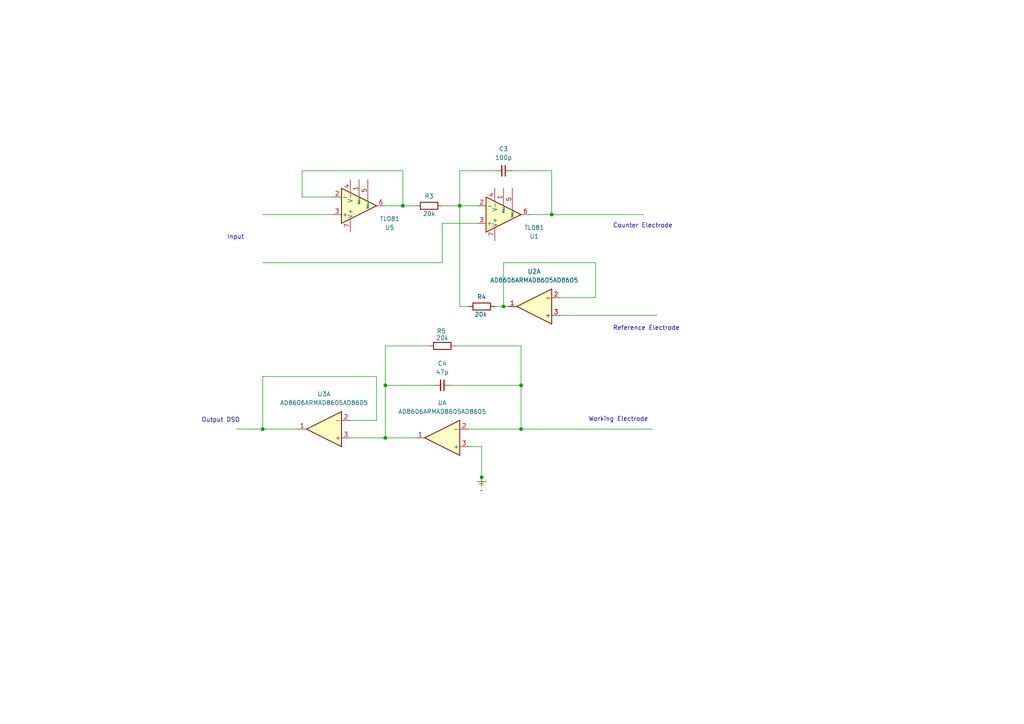
<source format=kicad_sch>
(kicad_sch
	(version 20231120)
	(generator "eeschema")
	(generator_version "8.0")
	(uuid "4f8e1c27-fc98-40db-8b7f-b822918874e2")
	(paper "A4")
	(lib_symbols
		(symbol "Amplifier_Operational:AD8606ARM"
			(pin_names
				(offset 0.127)
			)
			(exclude_from_sim no)
			(in_bom yes)
			(on_board yes)
			(property "Reference" "U"
				(at 0 5.08 0)
				(effects
					(font
						(size 1.27 1.27)
					)
					(justify left)
				)
			)
			(property "Value" "AD8606ARM"
				(at 0 -5.08 0)
				(effects
					(font
						(size 1.27 1.27)
					)
					(justify left)
				)
			)
			(property "Footprint" "Package_SO:MSOP-8_3x3mm_P0.65mm"
				(at 0 0 0)
				(effects
					(font
						(size 1.27 1.27)
					)
					(hide yes)
				)
			)
			(property "Datasheet" "https://www.analog.com/media/en/technical-documentation/data-sheets/AD8605_8606_8608.pdf"
				(at 0 0 0)
				(effects
					(font
						(size 1.27 1.27)
					)
					(hide yes)
				)
			)
			(property "Description" "Dual Precision Low Noise, Low Input Bias Current, Wide Bandwidth Operational Amplifiers, MSOP-8"
				(at 0 0 0)
				(effects
					(font
						(size 1.27 1.27)
					)
					(hide yes)
				)
			)
			(property "ki_locked" ""
				(at 0 0 0)
				(effects
					(font
						(size 1.27 1.27)
					)
				)
			)
			(property "ki_keywords" "dual opamp"
				(at 0 0 0)
				(effects
					(font
						(size 1.27 1.27)
					)
					(hide yes)
				)
			)
			(property "ki_fp_filters" "MSOP*3x3mm*P0.65mm*"
				(at 0 0 0)
				(effects
					(font
						(size 1.27 1.27)
					)
					(hide yes)
				)
			)
			(symbol "AD8606ARM_1_1"
				(polyline
					(pts
						(xy -5.08 5.08) (xy 5.08 0) (xy -5.08 -5.08) (xy -5.08 5.08)
					)
					(stroke
						(width 0.254)
						(type default)
					)
					(fill
						(type background)
					)
				)
				(pin output line
					(at 7.62 0 180)
					(length 2.54)
					(name "~"
						(effects
							(font
								(size 1.27 1.27)
							)
						)
					)
					(number "1"
						(effects
							(font
								(size 1.27 1.27)
							)
						)
					)
				)
				(pin input line
					(at -7.62 -2.54 0)
					(length 2.54)
					(name "-"
						(effects
							(font
								(size 1.27 1.27)
							)
						)
					)
					(number "2"
						(effects
							(font
								(size 1.27 1.27)
							)
						)
					)
				)
				(pin input line
					(at -7.62 2.54 0)
					(length 2.54)
					(name "+"
						(effects
							(font
								(size 1.27 1.27)
							)
						)
					)
					(number "3"
						(effects
							(font
								(size 1.27 1.27)
							)
						)
					)
				)
			)
			(symbol "AD8606ARM_2_1"
				(polyline
					(pts
						(xy -5.08 5.08) (xy 5.08 0) (xy -5.08 -5.08) (xy -5.08 5.08)
					)
					(stroke
						(width 0.254)
						(type default)
					)
					(fill
						(type background)
					)
				)
				(pin input line
					(at -7.62 2.54 0)
					(length 2.54)
					(name "+"
						(effects
							(font
								(size 1.27 1.27)
							)
						)
					)
					(number "5"
						(effects
							(font
								(size 1.27 1.27)
							)
						)
					)
				)
				(pin input line
					(at -7.62 -2.54 0)
					(length 2.54)
					(name "-"
						(effects
							(font
								(size 1.27 1.27)
							)
						)
					)
					(number "6"
						(effects
							(font
								(size 1.27 1.27)
							)
						)
					)
				)
				(pin output line
					(at 7.62 0 180)
					(length 2.54)
					(name "~"
						(effects
							(font
								(size 1.27 1.27)
							)
						)
					)
					(number "7"
						(effects
							(font
								(size 1.27 1.27)
							)
						)
					)
				)
			)
			(symbol "AD8606ARM_3_1"
				(pin power_in line
					(at -2.54 -7.62 90)
					(length 3.81)
					(name "V-"
						(effects
							(font
								(size 1.27 1.27)
							)
						)
					)
					(number "4"
						(effects
							(font
								(size 1.27 1.27)
							)
						)
					)
				)
				(pin power_in line
					(at -2.54 7.62 270)
					(length 3.81)
					(name "V+"
						(effects
							(font
								(size 1.27 1.27)
							)
						)
					)
					(number "8"
						(effects
							(font
								(size 1.27 1.27)
							)
						)
					)
				)
			)
		)
		(symbol "Amplifier_Operational:TL081"
			(pin_names
				(offset 0.127)
			)
			(exclude_from_sim no)
			(in_bom yes)
			(on_board yes)
			(property "Reference" "U"
				(at 0 6.35 0)
				(effects
					(font
						(size 1.27 1.27)
					)
					(justify left)
				)
			)
			(property "Value" "TL081"
				(at 0 3.81 0)
				(effects
					(font
						(size 1.27 1.27)
					)
					(justify left)
				)
			)
			(property "Footprint" ""
				(at 1.27 1.27 0)
				(effects
					(font
						(size 1.27 1.27)
					)
					(hide yes)
				)
			)
			(property "Datasheet" "http://www.ti.com/lit/ds/symlink/tl081.pdf"
				(at 3.81 3.81 0)
				(effects
					(font
						(size 1.27 1.27)
					)
					(hide yes)
				)
			)
			(property "Description" "Single JFET-Input Operational Amplifiers, DIP-8/SOIC-8"
				(at 0 0 0)
				(effects
					(font
						(size 1.27 1.27)
					)
					(hide yes)
				)
			)
			(property "ki_keywords" "single opamp"
				(at 0 0 0)
				(effects
					(font
						(size 1.27 1.27)
					)
					(hide yes)
				)
			)
			(property "ki_fp_filters" "SOIC*3.9x4.9mm*P1.27mm* DIP*W7.62mm* TSSOP*3x3mm*P0.65mm*"
				(at 0 0 0)
				(effects
					(font
						(size 1.27 1.27)
					)
					(hide yes)
				)
			)
			(symbol "TL081_0_1"
				(polyline
					(pts
						(xy -5.08 5.08) (xy 5.08 0) (xy -5.08 -5.08) (xy -5.08 5.08)
					)
					(stroke
						(width 0.254)
						(type default)
					)
					(fill
						(type background)
					)
				)
			)
			(symbol "TL081_1_1"
				(pin input line
					(at 0 -7.62 90)
					(length 5.08)
					(name "NULL"
						(effects
							(font
								(size 0.508 0.508)
							)
						)
					)
					(number "1"
						(effects
							(font
								(size 1.27 1.27)
							)
						)
					)
				)
				(pin input line
					(at -7.62 -2.54 0)
					(length 2.54)
					(name "-"
						(effects
							(font
								(size 1.27 1.27)
							)
						)
					)
					(number "2"
						(effects
							(font
								(size 1.27 1.27)
							)
						)
					)
				)
				(pin input line
					(at -7.62 2.54 0)
					(length 2.54)
					(name "+"
						(effects
							(font
								(size 1.27 1.27)
							)
						)
					)
					(number "3"
						(effects
							(font
								(size 1.27 1.27)
							)
						)
					)
				)
				(pin power_in line
					(at -2.54 -7.62 90)
					(length 3.81)
					(name "V-"
						(effects
							(font
								(size 1.27 1.27)
							)
						)
					)
					(number "4"
						(effects
							(font
								(size 1.27 1.27)
							)
						)
					)
				)
				(pin input line
					(at 2.54 -7.62 90)
					(length 6.35)
					(name "NULL"
						(effects
							(font
								(size 0.508 0.508)
							)
						)
					)
					(number "5"
						(effects
							(font
								(size 1.27 1.27)
							)
						)
					)
				)
				(pin output line
					(at 7.62 0 180)
					(length 2.54)
					(name "~"
						(effects
							(font
								(size 1.27 1.27)
							)
						)
					)
					(number "6"
						(effects
							(font
								(size 1.27 1.27)
							)
						)
					)
				)
				(pin power_in line
					(at -2.54 7.62 270)
					(length 3.81)
					(name "V+"
						(effects
							(font
								(size 1.27 1.27)
							)
						)
					)
					(number "7"
						(effects
							(font
								(size 1.27 1.27)
							)
						)
					)
				)
				(pin no_connect line
					(at 0 2.54 270)
					(length 2.54) hide
					(name "NC"
						(effects
							(font
								(size 1.27 1.27)
							)
						)
					)
					(number "8"
						(effects
							(font
								(size 1.27 1.27)
							)
						)
					)
				)
			)
		)
		(symbol "Device:C_Small"
			(pin_numbers hide)
			(pin_names
				(offset 0.254) hide)
			(exclude_from_sim no)
			(in_bom yes)
			(on_board yes)
			(property "Reference" "C"
				(at 0.254 1.778 0)
				(effects
					(font
						(size 1.27 1.27)
					)
					(justify left)
				)
			)
			(property "Value" "C_Small"
				(at 0.254 -2.032 0)
				(effects
					(font
						(size 1.27 1.27)
					)
					(justify left)
				)
			)
			(property "Footprint" ""
				(at 0 0 0)
				(effects
					(font
						(size 1.27 1.27)
					)
					(hide yes)
				)
			)
			(property "Datasheet" "~"
				(at 0 0 0)
				(effects
					(font
						(size 1.27 1.27)
					)
					(hide yes)
				)
			)
			(property "Description" "Unpolarized capacitor, small symbol"
				(at 0 0 0)
				(effects
					(font
						(size 1.27 1.27)
					)
					(hide yes)
				)
			)
			(property "ki_keywords" "capacitor cap"
				(at 0 0 0)
				(effects
					(font
						(size 1.27 1.27)
					)
					(hide yes)
				)
			)
			(property "ki_fp_filters" "C_*"
				(at 0 0 0)
				(effects
					(font
						(size 1.27 1.27)
					)
					(hide yes)
				)
			)
			(symbol "C_Small_0_1"
				(polyline
					(pts
						(xy -1.524 -0.508) (xy 1.524 -0.508)
					)
					(stroke
						(width 0.3302)
						(type default)
					)
					(fill
						(type none)
					)
				)
				(polyline
					(pts
						(xy -1.524 0.508) (xy 1.524 0.508)
					)
					(stroke
						(width 0.3048)
						(type default)
					)
					(fill
						(type none)
					)
				)
			)
			(symbol "C_Small_1_1"
				(pin passive line
					(at 0 2.54 270)
					(length 2.032)
					(name "~"
						(effects
							(font
								(size 1.27 1.27)
							)
						)
					)
					(number "1"
						(effects
							(font
								(size 1.27 1.27)
							)
						)
					)
				)
				(pin passive line
					(at 0 -2.54 90)
					(length 2.032)
					(name "~"
						(effects
							(font
								(size 1.27 1.27)
							)
						)
					)
					(number "2"
						(effects
							(font
								(size 1.27 1.27)
							)
						)
					)
				)
			)
		)
		(symbol "Device:R"
			(pin_numbers hide)
			(pin_names
				(offset 0)
			)
			(exclude_from_sim no)
			(in_bom yes)
			(on_board yes)
			(property "Reference" "R"
				(at 2.032 0 90)
				(effects
					(font
						(size 1.27 1.27)
					)
				)
			)
			(property "Value" "R"
				(at 0 0 90)
				(effects
					(font
						(size 1.27 1.27)
					)
				)
			)
			(property "Footprint" ""
				(at -1.778 0 90)
				(effects
					(font
						(size 1.27 1.27)
					)
					(hide yes)
				)
			)
			(property "Datasheet" "~"
				(at 0 0 0)
				(effects
					(font
						(size 1.27 1.27)
					)
					(hide yes)
				)
			)
			(property "Description" "Resistor"
				(at 0 0 0)
				(effects
					(font
						(size 1.27 1.27)
					)
					(hide yes)
				)
			)
			(property "ki_keywords" "R res resistor"
				(at 0 0 0)
				(effects
					(font
						(size 1.27 1.27)
					)
					(hide yes)
				)
			)
			(property "ki_fp_filters" "R_*"
				(at 0 0 0)
				(effects
					(font
						(size 1.27 1.27)
					)
					(hide yes)
				)
			)
			(symbol "R_0_1"
				(rectangle
					(start -1.016 -2.54)
					(end 1.016 2.54)
					(stroke
						(width 0.254)
						(type default)
					)
					(fill
						(type none)
					)
				)
			)
			(symbol "R_1_1"
				(pin passive line
					(at 0 3.81 270)
					(length 1.27)
					(name "~"
						(effects
							(font
								(size 1.27 1.27)
							)
						)
					)
					(number "1"
						(effects
							(font
								(size 1.27 1.27)
							)
						)
					)
				)
				(pin passive line
					(at 0 -3.81 90)
					(length 1.27)
					(name "~"
						(effects
							(font
								(size 1.27 1.27)
							)
						)
					)
					(number "2"
						(effects
							(font
								(size 1.27 1.27)
							)
						)
					)
				)
			)
		)
		(symbol "power:Earth"
			(power)
			(pin_numbers hide)
			(pin_names
				(offset 0) hide)
			(exclude_from_sim no)
			(in_bom yes)
			(on_board yes)
			(property "Reference" "#PWR"
				(at 0 -6.35 0)
				(effects
					(font
						(size 1.27 1.27)
					)
					(hide yes)
				)
			)
			(property "Value" "Earth"
				(at 0 -3.81 0)
				(effects
					(font
						(size 1.27 1.27)
					)
				)
			)
			(property "Footprint" ""
				(at 0 0 0)
				(effects
					(font
						(size 1.27 1.27)
					)
					(hide yes)
				)
			)
			(property "Datasheet" "~"
				(at 0 0 0)
				(effects
					(font
						(size 1.27 1.27)
					)
					(hide yes)
				)
			)
			(property "Description" "Power symbol creates a global label with name \"Earth\""
				(at 0 0 0)
				(effects
					(font
						(size 1.27 1.27)
					)
					(hide yes)
				)
			)
			(property "ki_keywords" "global ground gnd"
				(at 0 0 0)
				(effects
					(font
						(size 1.27 1.27)
					)
					(hide yes)
				)
			)
			(symbol "Earth_0_1"
				(polyline
					(pts
						(xy -0.635 -1.905) (xy 0.635 -1.905)
					)
					(stroke
						(width 0)
						(type default)
					)
					(fill
						(type none)
					)
				)
				(polyline
					(pts
						(xy -0.127 -2.54) (xy 0.127 -2.54)
					)
					(stroke
						(width 0)
						(type default)
					)
					(fill
						(type none)
					)
				)
				(polyline
					(pts
						(xy 0 -1.27) (xy 0 0)
					)
					(stroke
						(width 0)
						(type default)
					)
					(fill
						(type none)
					)
				)
				(polyline
					(pts
						(xy 1.27 -1.27) (xy -1.27 -1.27)
					)
					(stroke
						(width 0)
						(type default)
					)
					(fill
						(type none)
					)
				)
			)
			(symbol "Earth_1_1"
				(pin power_in line
					(at 0 0 270)
					(length 0)
					(name "~"
						(effects
							(font
								(size 1.27 1.27)
							)
						)
					)
					(number "1"
						(effects
							(font
								(size 1.27 1.27)
							)
						)
					)
				)
			)
		)
	)
	(junction
		(at 116.84 59.69)
		(diameter 0)
		(color 0 0 0 0)
		(uuid "0ba61df4-a8ec-468c-903e-d11b13f6b12c")
	)
	(junction
		(at 133.35 59.69)
		(diameter 0)
		(color 0 0 0 0)
		(uuid "4010e5a1-dd9e-4848-b3ce-003e57f91db8")
	)
	(junction
		(at 151.13 111.76)
		(diameter 0)
		(color 0 0 0 0)
		(uuid "4ec9edcc-d105-4d96-ae89-03a9ffd561ac")
	)
	(junction
		(at 111.76 127)
		(diameter 0)
		(color 0 0 0 0)
		(uuid "657cac6d-7e0f-4785-8ecf-c8604ed97caa")
	)
	(junction
		(at 160.02 62.23)
		(diameter 0)
		(color 0 0 0 0)
		(uuid "835be01e-0fe7-41ea-b58e-899a19b46b8e")
	)
	(junction
		(at 146.05 88.9)
		(diameter 0)
		(color 0 0 0 0)
		(uuid "9d85384c-49ef-4055-af89-430e2b5437e7")
	)
	(junction
		(at 139.7 138.43)
		(diameter 0)
		(color 0 0 0 0)
		(uuid "b284749f-0c1d-46c3-8816-2351d432b6be")
	)
	(junction
		(at 111.76 111.76)
		(diameter 0)
		(color 0 0 0 0)
		(uuid "cc7ff685-ccd2-4f95-9ad3-a55f07a8db21")
	)
	(junction
		(at 151.13 124.46)
		(diameter 0)
		(color 0 0 0 0)
		(uuid "df973817-7cbe-4fad-8e56-2f1048974d06")
	)
	(junction
		(at 76.2 124.46)
		(diameter 0)
		(color 0 0 0 0)
		(uuid "e9536f9a-62c8-449b-9c53-66715e8f951c")
	)
	(wire
		(pts
			(xy 151.13 100.33) (xy 151.13 111.76)
		)
		(stroke
			(width 0)
			(type default)
		)
		(uuid "02bcf508-2a7c-4985-b770-d735c515e889")
	)
	(wire
		(pts
			(xy 160.02 49.53) (xy 160.02 62.23)
		)
		(stroke
			(width 0)
			(type default)
		)
		(uuid "0ff6409d-4702-49d7-bb6b-a711e8c7e605")
	)
	(wire
		(pts
			(xy 135.89 129.54) (xy 139.7 129.54)
		)
		(stroke
			(width 0)
			(type default)
		)
		(uuid "10331be4-c220-4c09-b938-364590ceb325")
	)
	(wire
		(pts
			(xy 153.67 62.23) (xy 160.02 62.23)
		)
		(stroke
			(width 0)
			(type default)
		)
		(uuid "158eddea-ad6f-47de-8a96-7dfa0eb5897b")
	)
	(wire
		(pts
			(xy 135.89 124.46) (xy 151.13 124.46)
		)
		(stroke
			(width 0)
			(type default)
		)
		(uuid "182490e3-432f-4b33-a5c7-c2e3ad18a26b")
	)
	(wire
		(pts
			(xy 76.2 62.23) (xy 96.52 62.23)
		)
		(stroke
			(width 0)
			(type default)
		)
		(uuid "210905c3-d30a-41b9-b485-233b2c367ef6")
	)
	(wire
		(pts
			(xy 101.6 121.92) (xy 109.22 121.92)
		)
		(stroke
			(width 0)
			(type default)
		)
		(uuid "233b1e09-4372-425b-a6b1-3fc2152ec3d4")
	)
	(wire
		(pts
			(xy 160.02 62.23) (xy 186.69 62.23)
		)
		(stroke
			(width 0)
			(type default)
		)
		(uuid "245462a3-8534-428f-b77b-40310a7f381c")
	)
	(wire
		(pts
			(xy 148.59 49.53) (xy 160.02 49.53)
		)
		(stroke
			(width 0)
			(type default)
		)
		(uuid "25248d7c-36fe-475b-a4d5-14a1c4d37ee8")
	)
	(wire
		(pts
			(xy 162.56 86.36) (xy 172.72 86.36)
		)
		(stroke
			(width 0)
			(type default)
		)
		(uuid "287f7133-776c-461e-8638-4ab7e7441691")
	)
	(wire
		(pts
			(xy 96.52 57.15) (xy 87.63 57.15)
		)
		(stroke
			(width 0)
			(type default)
		)
		(uuid "3b3b49d6-2ba4-4b0d-a02d-49a345135862")
	)
	(wire
		(pts
			(xy 139.7 138.43) (xy 139.7 140.97)
		)
		(stroke
			(width 0)
			(type default)
		)
		(uuid "4d5b7bc7-115e-4251-987b-cac70680ec5f")
	)
	(wire
		(pts
			(xy 138.43 64.77) (xy 128.27 64.77)
		)
		(stroke
			(width 0)
			(type default)
		)
		(uuid "50e0c5f3-5cde-4e16-bb04-9eb418466639")
	)
	(wire
		(pts
			(xy 111.76 127) (xy 111.76 111.76)
		)
		(stroke
			(width 0)
			(type default)
		)
		(uuid "550a4850-0b87-47e5-a5d3-5b47e8da694f")
	)
	(wire
		(pts
			(xy 146.05 76.2) (xy 146.05 88.9)
		)
		(stroke
			(width 0)
			(type default)
		)
		(uuid "5a7f1130-a58d-4712-ac53-d52799d198ad")
	)
	(wire
		(pts
			(xy 151.13 124.46) (xy 189.23 124.46)
		)
		(stroke
			(width 0)
			(type default)
		)
		(uuid "5b1cbba8-1b89-4eda-a798-e44499afee92")
	)
	(wire
		(pts
			(xy 124.46 100.33) (xy 111.76 100.33)
		)
		(stroke
			(width 0)
			(type default)
		)
		(uuid "5d252ee7-bb2c-4855-a568-1623d693a5f9")
	)
	(wire
		(pts
			(xy 151.13 111.76) (xy 151.13 124.46)
		)
		(stroke
			(width 0)
			(type default)
		)
		(uuid "6805dcb0-af4d-4bcf-b662-f9699dc2f865")
	)
	(wire
		(pts
			(xy 87.63 57.15) (xy 87.63 49.53)
		)
		(stroke
			(width 0)
			(type default)
		)
		(uuid "69aa4a82-fd34-40b9-8215-67ac8b7269db")
	)
	(wire
		(pts
			(xy 120.65 127) (xy 111.76 127)
		)
		(stroke
			(width 0)
			(type default)
		)
		(uuid "76a6a4d1-44ac-4af7-935d-ec66a496d8df")
	)
	(wire
		(pts
			(xy 128.27 59.69) (xy 133.35 59.69)
		)
		(stroke
			(width 0)
			(type default)
		)
		(uuid "796a7c28-066b-41fa-9494-ef9cfac2cf05")
	)
	(wire
		(pts
			(xy 76.2 76.2) (xy 128.27 76.2)
		)
		(stroke
			(width 0)
			(type default)
		)
		(uuid "822de89e-1b7b-4661-ab07-c92c25c93c85")
	)
	(wire
		(pts
			(xy 128.27 64.77) (xy 128.27 76.2)
		)
		(stroke
			(width 0)
			(type default)
		)
		(uuid "827ee012-b045-471d-a360-7956691eeebe")
	)
	(wire
		(pts
			(xy 143.51 88.9) (xy 146.05 88.9)
		)
		(stroke
			(width 0)
			(type default)
		)
		(uuid "83a9a958-af8f-464e-9d8f-10ad055bd607")
	)
	(wire
		(pts
			(xy 172.72 76.2) (xy 146.05 76.2)
		)
		(stroke
			(width 0)
			(type default)
		)
		(uuid "85db147b-7241-4aac-8964-367fcd1e9664")
	)
	(wire
		(pts
			(xy 133.35 49.53) (xy 133.35 59.69)
		)
		(stroke
			(width 0)
			(type default)
		)
		(uuid "86480928-c4c9-4722-97e7-88d187a00954")
	)
	(wire
		(pts
			(xy 116.84 49.53) (xy 116.84 59.69)
		)
		(stroke
			(width 0)
			(type default)
		)
		(uuid "87f2b703-88e6-40a6-9850-87a91ac23997")
	)
	(wire
		(pts
			(xy 111.76 111.76) (xy 125.73 111.76)
		)
		(stroke
			(width 0)
			(type default)
		)
		(uuid "88de169c-012b-4220-a969-032a2e82314f")
	)
	(wire
		(pts
			(xy 116.84 59.69) (xy 120.65 59.69)
		)
		(stroke
			(width 0)
			(type default)
		)
		(uuid "8caebab7-1acf-4334-bdf8-a4bc54c44a9a")
	)
	(wire
		(pts
			(xy 68.58 124.46) (xy 76.2 124.46)
		)
		(stroke
			(width 0)
			(type default)
		)
		(uuid "99021d1b-dcf8-4e8c-bf6b-2e2843326913")
	)
	(wire
		(pts
			(xy 133.35 59.69) (xy 138.43 59.69)
		)
		(stroke
			(width 0)
			(type default)
		)
		(uuid "9c862df6-a45f-48fe-a2cb-a2535d5e36f4")
	)
	(wire
		(pts
			(xy 109.22 109.22) (xy 76.2 109.22)
		)
		(stroke
			(width 0)
			(type default)
		)
		(uuid "9f7ec0a3-b74d-45ba-8bdd-a2880cb2b802")
	)
	(wire
		(pts
			(xy 133.35 88.9) (xy 133.35 59.69)
		)
		(stroke
			(width 0)
			(type default)
		)
		(uuid "a02e4327-3729-4c84-af58-d2bc2e5f3e68")
	)
	(wire
		(pts
			(xy 139.7 129.54) (xy 139.7 138.43)
		)
		(stroke
			(width 0)
			(type default)
		)
		(uuid "a2709f01-5dc1-4706-a544-47494c474d3d")
	)
	(wire
		(pts
			(xy 87.63 49.53) (xy 116.84 49.53)
		)
		(stroke
			(width 0)
			(type default)
		)
		(uuid "a58fbd2e-a9a7-4c2d-a7dc-f2594f58fcc0")
	)
	(wire
		(pts
			(xy 76.2 124.46) (xy 86.36 124.46)
		)
		(stroke
			(width 0)
			(type default)
		)
		(uuid "a71695e9-6941-4b04-8e06-da247f1f753e")
	)
	(wire
		(pts
			(xy 111.76 100.33) (xy 111.76 111.76)
		)
		(stroke
			(width 0)
			(type default)
		)
		(uuid "a9aa9f9a-da4a-4966-92bc-590367e0a4a9")
	)
	(wire
		(pts
			(xy 172.72 86.36) (xy 172.72 76.2)
		)
		(stroke
			(width 0)
			(type default)
		)
		(uuid "b48ab5b6-c73e-4cf2-806d-5a35fb91f6dd")
	)
	(wire
		(pts
			(xy 111.76 59.69) (xy 116.84 59.69)
		)
		(stroke
			(width 0)
			(type default)
		)
		(uuid "c758b7a8-89dc-416b-94f0-2297a61f0871")
	)
	(wire
		(pts
			(xy 162.56 91.44) (xy 190.5 91.44)
		)
		(stroke
			(width 0)
			(type default)
		)
		(uuid "cf733bd5-7deb-4b55-9aaf-fb7acf2ba743")
	)
	(wire
		(pts
			(xy 132.08 100.33) (xy 151.13 100.33)
		)
		(stroke
			(width 0)
			(type default)
		)
		(uuid "d1123ecb-ea93-43af-87f4-429fea4a393d")
	)
	(wire
		(pts
			(xy 109.22 121.92) (xy 109.22 109.22)
		)
		(stroke
			(width 0)
			(type default)
		)
		(uuid "d74d77d8-f5e7-44b6-98ab-71b7d6a4330e")
	)
	(wire
		(pts
			(xy 130.81 111.76) (xy 151.13 111.76)
		)
		(stroke
			(width 0)
			(type default)
		)
		(uuid "d7907bfc-e861-4d37-b7e5-edf7140fa0f9")
	)
	(wire
		(pts
			(xy 146.05 88.9) (xy 147.32 88.9)
		)
		(stroke
			(width 0)
			(type default)
		)
		(uuid "e95f2625-edcc-4c5a-b115-aa47ca7546c1")
	)
	(wire
		(pts
			(xy 76.2 109.22) (xy 76.2 124.46)
		)
		(stroke
			(width 0)
			(type default)
		)
		(uuid "e9c75ec6-2503-4535-b92b-39253038e243")
	)
	(wire
		(pts
			(xy 135.89 88.9) (xy 133.35 88.9)
		)
		(stroke
			(width 0)
			(type default)
		)
		(uuid "f12d939f-6a45-4055-b958-1de74c9b496d")
	)
	(wire
		(pts
			(xy 101.6 127) (xy 111.76 127)
		)
		(stroke
			(width 0)
			(type default)
		)
		(uuid "f4ce7a51-b3e5-49d8-a4df-74ff68c2f3fe")
	)
	(wire
		(pts
			(xy 143.51 49.53) (xy 133.35 49.53)
		)
		(stroke
			(width 0)
			(type default)
		)
		(uuid "f5b3b26d-0776-4c0f-a6c6-9f736e819849")
	)
	(text "Output DSO"
		(exclude_from_sim no)
		(at 64.008 121.92 0)
		(effects
			(font
				(size 1.27 1.27)
			)
		)
		(uuid "1938ecb3-8e24-4696-85f3-9d59dbc01248")
	)
	(text "Counter Electrode"
		(exclude_from_sim no)
		(at 186.436 65.532 0)
		(effects
			(font
				(size 1.27 1.27)
			)
		)
		(uuid "42a91d41-27c7-4bc2-95e2-6c7308052993")
	)
	(text "Reference Electrode"
		(exclude_from_sim no)
		(at 187.452 95.25 0)
		(effects
			(font
				(size 1.27 1.27)
			)
		)
		(uuid "e768c7b7-0219-49f9-b9bf-199c9dd4ec6a")
	)
	(text "Working Electrode"
		(exclude_from_sim no)
		(at 179.324 121.666 0)
		(effects
			(font
				(size 1.27 1.27)
			)
		)
		(uuid "ef4e2b41-c007-4b12-bf0d-8b507434274f")
	)
	(text "Input "
		(exclude_from_sim no)
		(at 68.834 68.834 0)
		(effects
			(font
				(size 1.27 1.27)
			)
		)
		(uuid "f3949106-08d4-4008-bb63-d4ddbc31665d")
	)
	(symbol
		(lib_id "Device:C_Small")
		(at 128.27 111.76 270)
		(unit 1)
		(exclude_from_sim no)
		(in_bom yes)
		(on_board yes)
		(dnp no)
		(fields_autoplaced yes)
		(uuid "0d1cd9ca-8f72-4aaa-a6a2-ba6d4067cb2b")
		(property "Reference" "C4"
			(at 128.2636 105.41 90)
			(effects
				(font
					(size 1.27 1.27)
				)
			)
		)
		(property "Value" "47p"
			(at 128.2636 107.95 90)
			(effects
				(font
					(size 1.27 1.27)
				)
			)
		)
		(property "Footprint" ""
			(at 128.27 111.76 0)
			(effects
				(font
					(size 1.27 1.27)
				)
				(hide yes)
			)
		)
		(property "Datasheet" "~"
			(at 128.27 111.76 0)
			(effects
				(font
					(size 1.27 1.27)
				)
				(hide yes)
			)
		)
		(property "Description" "Unpolarized capacitor, small symbol"
			(at 128.27 111.76 0)
			(effects
				(font
					(size 1.27 1.27)
				)
				(hide yes)
			)
		)
		(property "Sim.Device" "C"
			(at 128.27 111.76 0)
			(effects
				(font
					(size 1.27 1.27)
				)
				(hide yes)
			)
		)
		(property "Sim.Pins" "1=+ 2=-"
			(at 128.27 111.76 0)
			(effects
				(font
					(size 1.27 1.27)
				)
				(hide yes)
			)
		)
		(pin "2"
			(uuid "0906e8af-6d66-4dfa-a026-29f87c19a769")
		)
		(pin "1"
			(uuid "da581762-32b8-4e91-aad4-4b660668a79b")
		)
		(instances
			(project "Trial1"
				(path "/4f8e1c27-fc98-40db-8b7f-b822918874e2"
					(reference "C4")
					(unit 1)
				)
			)
		)
	)
	(symbol
		(lib_id "Amplifier_Operational:AD8606ARM")
		(at 93.98 124.46 180)
		(unit 1)
		(exclude_from_sim no)
		(in_bom yes)
		(on_board yes)
		(dnp no)
		(fields_autoplaced yes)
		(uuid "3695c8d1-5d88-4016-88d2-877e85531e56")
		(property "Reference" "U3"
			(at 93.98 114.3 0)
			(effects
				(font
					(size 1.27 1.27)
				)
			)
		)
		(property "Value" "AD8606ARMAD8605AD8605"
			(at 93.98 116.84 0)
			(effects
				(font
					(size 1.27 1.27)
				)
			)
		)
		(property "Footprint" "Package_SO:MSOP-8_3x3mm_P0.65mm"
			(at 93.98 124.46 0)
			(effects
				(font
					(size 1.27 1.27)
				)
				(hide yes)
			)
		)
		(property "Datasheet" "https://www.analog.com/media/en/technical-documentation/data-sheets/AD8605_8606_8608.pdf"
			(at 93.98 124.46 0)
			(effects
				(font
					(size 1.27 1.27)
				)
				(hide yes)
			)
		)
		(property "Description" "Dual Precision Low Noise, Low Input Bias Current, Wide Bandwidth Operational Amplifiers, MSOP-8"
			(at 93.98 124.46 0)
			(effects
				(font
					(size 1.27 1.27)
				)
				(hide yes)
			)
		)
		(property "Sim.Library" "C:\\Users\\antar\\OneDrive\\Desktop\\Potentiastat\\trials\\OPA333\\OPAx333.LIB"
			(at 93.98 124.46 0)
			(effects
				(font
					(size 1.27 1.27)
				)
				(hide yes)
			)
		)
		(property "Sim.Name" "OPAx333"
			(at 93.98 124.46 0)
			(effects
				(font
					(size 1.27 1.27)
				)
				(hide yes)
			)
		)
		(property "Sim.Device" "SUBCKT"
			(at 93.98 124.46 0)
			(effects
				(font
					(size 1.27 1.27)
				)
				(hide yes)
			)
		)
		(property "Sim.Pins" "1=IN+ 2=IN- 3=VCC 4=VEE 5=OUT"
			(at 93.98 124.46 0)
			(effects
				(font
					(size 1.27 1.27)
				)
				(hide yes)
			)
		)
		(pin "8"
			(uuid "5dd80ec5-1d50-485a-af9c-63e7b3097829")
		)
		(pin "5"
			(uuid "250ea456-a5e9-45e0-9959-08642a88b49b")
		)
		(pin "6"
			(uuid "91e1a940-dd3d-4224-b8b3-e5614a84b2f4")
		)
		(pin "7"
			(uuid "777b2005-b7d1-4071-8cbf-6968d3b8cd23")
		)
		(pin "2"
			(uuid "d047fd22-1c6f-480f-a175-0fdee19a79b0")
		)
		(pin "3"
			(uuid "42eb74e7-f5d1-4c66-9dbe-f28dfe98368e")
		)
		(pin "4"
			(uuid "5aad9451-51cf-4e57-be6d-766943d53425")
		)
		(pin "1"
			(uuid "8266d657-bbe4-44dd-a0da-2b27645c4030")
		)
		(instances
			(project "Trial1"
				(path "/4f8e1c27-fc98-40db-8b7f-b822918874e2"
					(reference "U3")
					(unit 1)
				)
			)
		)
	)
	(symbol
		(lib_id "Device:R")
		(at 124.46 59.69 90)
		(unit 1)
		(exclude_from_sim no)
		(in_bom yes)
		(on_board yes)
		(dnp no)
		(uuid "53a93ae0-e69d-4439-83c1-ed86a4ba2f2d")
		(property "Reference" "R3"
			(at 124.46 56.896 90)
			(effects
				(font
					(size 1.27 1.27)
				)
			)
		)
		(property "Value" "20k"
			(at 124.46 61.976 90)
			(effects
				(font
					(size 1.27 1.27)
				)
			)
		)
		(property "Footprint" ""
			(at 124.46 61.468 90)
			(effects
				(font
					(size 1.27 1.27)
				)
				(hide yes)
			)
		)
		(property "Datasheet" "~"
			(at 124.46 59.69 0)
			(effects
				(font
					(size 1.27 1.27)
				)
				(hide yes)
			)
		)
		(property "Description" "Resistor"
			(at 124.46 59.69 0)
			(effects
				(font
					(size 1.27 1.27)
				)
				(hide yes)
			)
		)
		(property "Sim.Device" "R"
			(at 124.46 59.69 0)
			(effects
				(font
					(size 1.27 1.27)
				)
				(hide yes)
			)
		)
		(property "Sim.Pins" "1=+ 2=-"
			(at 124.46 59.69 0)
			(effects
				(font
					(size 1.27 1.27)
				)
				(hide yes)
			)
		)
		(pin "1"
			(uuid "0310ef3a-f4ad-4892-981d-9a9850858352")
		)
		(pin "2"
			(uuid "fbff10a0-e20a-478c-9f8a-d4d311593557")
		)
		(instances
			(project ""
				(path "/4f8e1c27-fc98-40db-8b7f-b822918874e2"
					(reference "R3")
					(unit 1)
				)
			)
		)
	)
	(symbol
		(lib_id "Amplifier_Operational:TL081")
		(at 104.14 59.69 0)
		(mirror x)
		(unit 1)
		(exclude_from_sim no)
		(in_bom yes)
		(on_board yes)
		(dnp no)
		(uuid "5e280d97-fa52-4ece-bd31-39e4e8b22902")
		(property "Reference" "U5"
			(at 113.03 66.0086 0)
			(effects
				(font
					(size 1.27 1.27)
				)
			)
		)
		(property "Value" "TL081"
			(at 113.03 63.4686 0)
			(effects
				(font
					(size 1.27 1.27)
				)
			)
		)
		(property "Footprint" ""
			(at 105.41 60.96 0)
			(effects
				(font
					(size 1.27 1.27)
				)
				(hide yes)
			)
		)
		(property "Datasheet" "http://www.ti.com/lit/ds/symlink/tl081.pdf"
			(at 107.95 63.5 0)
			(effects
				(font
					(size 1.27 1.27)
				)
				(hide yes)
			)
		)
		(property "Description" "Single JFET-Input Operational Amplifiers, DIP-8/SOIC-8"
			(at 104.14 59.69 0)
			(effects
				(font
					(size 1.27 1.27)
				)
				(hide yes)
			)
		)
		(property "Sim.Library" "C:\\Users\\antar\\OneDrive\\Desktop\\Potentiastat\\trials\\sloj069\\TL081.301"
			(at 104.14 59.69 0)
			(effects
				(font
					(size 1.27 1.27)
				)
				(hide yes)
			)
		)
		(property "Sim.Name" "TL081"
			(at 104.14 59.69 0)
			(effects
				(font
					(size 1.27 1.27)
				)
				(hide yes)
			)
		)
		(property "Sim.Device" "SUBCKT"
			(at 104.14 59.69 0)
			(effects
				(font
					(size 1.27 1.27)
				)
				(hide yes)
			)
		)
		(property "Sim.Pins" "1=1 2=2 3=3 4=4 5=5"
			(at 104.14 59.69 0)
			(effects
				(font
					(size 1.27 1.27)
				)
				(hide yes)
			)
		)
		(pin "3"
			(uuid "fdd51b40-4428-422b-a2bc-f22fa42ea509")
		)
		(pin "5"
			(uuid "2eb92f3f-c52f-4ec3-842a-860a8afcd927")
		)
		(pin "8"
			(uuid "cd150941-6349-4e37-be06-edf362876b9b")
		)
		(pin "7"
			(uuid "151b8a13-6b69-4d5a-b24b-223b23b861ea")
		)
		(pin "4"
			(uuid "9091f1c0-e4b4-4a67-a9f5-36cdc69924ee")
		)
		(pin "2"
			(uuid "27695cfe-c8d2-48ed-90d7-53c425257f5b")
		)
		(pin "1"
			(uuid "195b0e71-9a32-4758-b2cb-1e039043a58f")
		)
		(pin "6"
			(uuid "b3d418a0-41cd-4252-8b51-2636c6785054")
		)
		(instances
			(project "Trial1"
				(path "/4f8e1c27-fc98-40db-8b7f-b822918874e2"
					(reference "U5")
					(unit 1)
				)
			)
		)
	)
	(symbol
		(lib_id "Device:C_Small")
		(at 146.05 49.53 270)
		(unit 1)
		(exclude_from_sim no)
		(in_bom yes)
		(on_board yes)
		(dnp no)
		(fields_autoplaced yes)
		(uuid "6baaf8fd-db88-4aac-b505-c7a937a9a483")
		(property "Reference" "C3"
			(at 146.0436 43.18 90)
			(effects
				(font
					(size 1.27 1.27)
				)
			)
		)
		(property "Value" "100p"
			(at 146.0436 45.72 90)
			(effects
				(font
					(size 1.27 1.27)
				)
			)
		)
		(property "Footprint" ""
			(at 146.05 49.53 0)
			(effects
				(font
					(size 1.27 1.27)
				)
				(hide yes)
			)
		)
		(property "Datasheet" "~"
			(at 146.05 49.53 0)
			(effects
				(font
					(size 1.27 1.27)
				)
				(hide yes)
			)
		)
		(property "Description" "Unpolarized capacitor, small symbol"
			(at 146.05 49.53 0)
			(effects
				(font
					(size 1.27 1.27)
				)
				(hide yes)
			)
		)
		(property "Sim.Device" "C"
			(at 146.05 49.53 0)
			(effects
				(font
					(size 1.27 1.27)
				)
				(hide yes)
			)
		)
		(property "Sim.Pins" "1=+ 2=-"
			(at 146.05 49.53 0)
			(effects
				(font
					(size 1.27 1.27)
				)
				(hide yes)
			)
		)
		(pin "2"
			(uuid "e657ee34-ceee-441b-b3fa-4d3dccc8ece5")
		)
		(pin "1"
			(uuid "961c009b-58b3-40fa-b399-064aea8c9b9b")
		)
		(instances
			(project ""
				(path "/4f8e1c27-fc98-40db-8b7f-b822918874e2"
					(reference "C3")
					(unit 1)
				)
			)
		)
	)
	(symbol
		(lib_id "Amplifier_Operational:AD8606ARM")
		(at 128.27 127 180)
		(unit 1)
		(exclude_from_sim no)
		(in_bom yes)
		(on_board yes)
		(dnp no)
		(fields_autoplaced yes)
		(uuid "9ec63550-0422-4d31-b9a5-c67bbde50409")
		(property "Reference" "U"
			(at 128.27 116.84 0)
			(effects
				(font
					(size 1.27 1.27)
				)
			)
		)
		(property "Value" "AD8606ARMAD8605AD8605"
			(at 128.27 119.38 0)
			(effects
				(font
					(size 1.27 1.27)
				)
			)
		)
		(property "Footprint" "Package_SO:MSOP-8_3x3mm_P0.65mm"
			(at 128.27 127 0)
			(effects
				(font
					(size 1.27 1.27)
				)
				(hide yes)
			)
		)
		(property "Datasheet" "https://www.analog.com/media/en/technical-documentation/data-sheets/AD8605_8606_8608.pdf"
			(at 128.27 127 0)
			(effects
				(font
					(size 1.27 1.27)
				)
				(hide yes)
			)
		)
		(property "Description" "Dual Precision Low Noise, Low Input Bias Current, Wide Bandwidth Operational Amplifiers, MSOP-8"
			(at 128.27 127 0)
			(effects
				(font
					(size 1.27 1.27)
				)
				(hide yes)
			)
		)
		(property "Sim.Library" "C:\\Users\\antar\\OneDrive\\Desktop\\Potentiastat\\trials\\OPA333\\OPAx333.LIB"
			(at 128.27 127 0)
			(effects
				(font
					(size 1.27 1.27)
				)
				(hide yes)
			)
		)
		(property "Sim.Name" "OPAx333"
			(at 128.27 127 0)
			(effects
				(font
					(size 1.27 1.27)
				)
				(hide yes)
			)
		)
		(property "Sim.Device" "SUBCKT"
			(at 128.27 127 0)
			(effects
				(font
					(size 1.27 1.27)
				)
				(hide yes)
			)
		)
		(property "Sim.Pins" "1=IN+ 2=IN- 3=VCC 4=VEE 5=OUT"
			(at 128.27 127 0)
			(effects
				(font
					(size 1.27 1.27)
				)
				(hide yes)
			)
		)
		(pin "8"
			(uuid "5dd80ec5-1d50-485a-af9c-63e7b3097829")
		)
		(pin "5"
			(uuid "250ea456-a5e9-45e0-9959-08642a88b49b")
		)
		(pin "6"
			(uuid "91e1a940-dd3d-4224-b8b3-e5614a84b2f4")
		)
		(pin "7"
			(uuid "777b2005-b7d1-4071-8cbf-6968d3b8cd23")
		)
		(pin "2"
			(uuid "68a392f4-a4e1-4e90-8cf5-0ed527bfc312")
		)
		(pin "3"
			(uuid "1fb6b1c2-b55b-422a-91fd-7a52afd7887f")
		)
		(pin "4"
			(uuid "5aad9451-51cf-4e57-be6d-766943d53425")
		)
		(pin "1"
			(uuid "b72c4420-497f-44c1-a829-c6d4337a250e")
		)
		(instances
			(project "Trial1"
				(path "/4f8e1c27-fc98-40db-8b7f-b822918874e2"
					(reference "U")
					(unit 1)
				)
			)
		)
	)
	(symbol
		(lib_id "power:Earth")
		(at 139.7 138.43 0)
		(unit 1)
		(exclude_from_sim no)
		(in_bom yes)
		(on_board yes)
		(dnp no)
		(fields_autoplaced yes)
		(uuid "a42e7846-11ff-4ac1-86db-35efc997c8a2")
		(property "Reference" "#PWR01"
			(at 139.7 144.78 0)
			(effects
				(font
					(size 1.27 1.27)
				)
				(hide yes)
			)
		)
		(property "Value" "~"
			(at 139.7 142.24 0)
			(effects
				(font
					(size 1.27 1.27)
				)
			)
		)
		(property "Footprint" ""
			(at 139.7 138.43 0)
			(effects
				(font
					(size 1.27 1.27)
				)
				(hide yes)
			)
		)
		(property "Datasheet" "~"
			(at 139.7 138.43 0)
			(effects
				(font
					(size 1.27 1.27)
				)
				(hide yes)
			)
		)
		(property "Description" "Power symbol creates a global label with name \"Earth\""
			(at 139.7 138.43 0)
			(effects
				(font
					(size 1.27 1.27)
				)
				(hide yes)
			)
		)
		(pin "1"
			(uuid "5ad383c0-4b4b-4b81-920e-493d518cf264")
		)
		(instances
			(project ""
				(path "/4f8e1c27-fc98-40db-8b7f-b822918874e2"
					(reference "#PWR01")
					(unit 1)
				)
			)
		)
	)
	(symbol
		(lib_id "Device:R")
		(at 139.7 88.9 90)
		(unit 1)
		(exclude_from_sim no)
		(in_bom yes)
		(on_board yes)
		(dnp no)
		(uuid "b90033e1-9875-4fd7-9570-887c45863333")
		(property "Reference" "R4"
			(at 139.7 86.106 90)
			(effects
				(font
					(size 1.27 1.27)
				)
			)
		)
		(property "Value" "20k"
			(at 139.446 91.186 90)
			(effects
				(font
					(size 1.27 1.27)
				)
			)
		)
		(property "Footprint" ""
			(at 139.7 90.678 90)
			(effects
				(font
					(size 1.27 1.27)
				)
				(hide yes)
			)
		)
		(property "Datasheet" "~"
			(at 139.7 88.9 0)
			(effects
				(font
					(size 1.27 1.27)
				)
				(hide yes)
			)
		)
		(property "Description" "Resistor"
			(at 139.7 88.9 0)
			(effects
				(font
					(size 1.27 1.27)
				)
				(hide yes)
			)
		)
		(pin "1"
			(uuid "185ba98c-7938-4d36-be85-f199391805d9")
		)
		(pin "2"
			(uuid "1682eed0-03d8-4518-92fe-7f48b4db8b88")
		)
		(instances
			(project "Trial1"
				(path "/4f8e1c27-fc98-40db-8b7f-b822918874e2"
					(reference "R4")
					(unit 1)
				)
			)
		)
	)
	(symbol
		(lib_id "Amplifier_Operational:AD8606ARM")
		(at 154.94 88.9 180)
		(unit 1)
		(exclude_from_sim no)
		(in_bom yes)
		(on_board yes)
		(dnp no)
		(fields_autoplaced yes)
		(uuid "ce2f5a61-3753-464a-b853-f4cf64aa5189")
		(property "Reference" "U2"
			(at 154.94 78.74 0)
			(effects
				(font
					(size 1.27 1.27)
				)
			)
		)
		(property "Value" "AD8606ARMAD8605AD8605"
			(at 154.94 81.28 0)
			(effects
				(font
					(size 1.27 1.27)
				)
			)
		)
		(property "Footprint" "Package_SO:MSOP-8_3x3mm_P0.65mm"
			(at 154.94 88.9 0)
			(effects
				(font
					(size 1.27 1.27)
				)
				(hide yes)
			)
		)
		(property "Datasheet" "https://www.analog.com/media/en/technical-documentation/data-sheets/AD8605_8606_8608.pdf"
			(at 154.94 88.9 0)
			(effects
				(font
					(size 1.27 1.27)
				)
				(hide yes)
			)
		)
		(property "Description" "Dual Precision Low Noise, Low Input Bias Current, Wide Bandwidth Operational Amplifiers, MSOP-8"
			(at 154.94 88.9 0)
			(effects
				(font
					(size 1.27 1.27)
				)
				(hide yes)
			)
		)
		(property "Sim.Library" "C:\\Users\\antar\\OneDrive\\Desktop\\Potentiastat\\trials\\OPA333\\OPAx333.LIB"
			(at 154.94 88.9 0)
			(effects
				(font
					(size 1.27 1.27)
				)
				(hide yes)
			)
		)
		(property "Sim.Name" "OPAx333"
			(at 154.94 88.9 0)
			(effects
				(font
					(size 1.27 1.27)
				)
				(hide yes)
			)
		)
		(property "Sim.Device" "SUBCKT"
			(at 154.94 88.9 0)
			(effects
				(font
					(size 1.27 1.27)
				)
				(hide yes)
			)
		)
		(property "Sim.Pins" "1=IN+ 2=IN- 3=VCC 4=VEE 5=OUT"
			(at 154.94 88.9 0)
			(effects
				(font
					(size 1.27 1.27)
				)
				(hide yes)
			)
		)
		(pin "8"
			(uuid "5dd80ec5-1d50-485a-af9c-63e7b3097829")
		)
		(pin "5"
			(uuid "250ea456-a5e9-45e0-9959-08642a88b49b")
		)
		(pin "6"
			(uuid "91e1a940-dd3d-4224-b8b3-e5614a84b2f4")
		)
		(pin "7"
			(uuid "777b2005-b7d1-4071-8cbf-6968d3b8cd23")
		)
		(pin "2"
			(uuid "de3fdd8e-a950-4bf1-9bda-a2b9620be8e5")
		)
		(pin "3"
			(uuid "ae252e29-f41a-47b3-8b32-d3bf186c6ac6")
		)
		(pin "4"
			(uuid "5aad9451-51cf-4e57-be6d-766943d53425")
		)
		(pin "1"
			(uuid "6d335089-ea7b-4b26-bb7a-c87ed3a2388e")
		)
		(instances
			(project ""
				(path "/4f8e1c27-fc98-40db-8b7f-b822918874e2"
					(reference "U2")
					(unit 1)
				)
			)
		)
	)
	(symbol
		(lib_id "Amplifier_Operational:TL081")
		(at 146.05 62.23 0)
		(mirror x)
		(unit 1)
		(exclude_from_sim no)
		(in_bom yes)
		(on_board yes)
		(dnp no)
		(uuid "e1a742e0-2165-43b6-8be4-6a1511905d0c")
		(property "Reference" "U1"
			(at 154.94 68.5486 0)
			(effects
				(font
					(size 1.27 1.27)
				)
			)
		)
		(property "Value" "TL081"
			(at 154.94 66.0086 0)
			(effects
				(font
					(size 1.27 1.27)
				)
			)
		)
		(property "Footprint" ""
			(at 147.32 63.5 0)
			(effects
				(font
					(size 1.27 1.27)
				)
				(hide yes)
			)
		)
		(property "Datasheet" "http://www.ti.com/lit/ds/symlink/tl081.pdf"
			(at 149.86 66.04 0)
			(effects
				(font
					(size 1.27 1.27)
				)
				(hide yes)
			)
		)
		(property "Description" "Single JFET-Input Operational Amplifiers, DIP-8/SOIC-8"
			(at 146.05 62.23 0)
			(effects
				(font
					(size 1.27 1.27)
				)
				(hide yes)
			)
		)
		(property "Sim.Library" "C:\\Users\\antar\\OneDrive\\Desktop\\Potentiastat\\trials\\sloj069\\TL081.301"
			(at 146.05 62.23 0)
			(effects
				(font
					(size 1.27 1.27)
				)
				(hide yes)
			)
		)
		(property "Sim.Name" "TL081"
			(at 146.05 62.23 0)
			(effects
				(font
					(size 1.27 1.27)
				)
				(hide yes)
			)
		)
		(property "Sim.Device" "SUBCKT"
			(at 146.05 62.23 0)
			(effects
				(font
					(size 1.27 1.27)
				)
				(hide yes)
			)
		)
		(property "Sim.Pins" "1=1 2=2 3=3 4=4 5=5"
			(at 146.05 62.23 0)
			(effects
				(font
					(size 1.27 1.27)
				)
				(hide yes)
			)
		)
		(pin "3"
			(uuid "cc20bb4f-b2d2-4dbf-b3ab-7e9ce1e58548")
		)
		(pin "5"
			(uuid "a2de1997-17de-4932-be18-a83f299586a6")
		)
		(pin "8"
			(uuid "9bf961dc-11aa-4ae2-b45e-673ecdecb221")
		)
		(pin "7"
			(uuid "d0220472-f449-4dfa-b957-55d687c4fe3f")
		)
		(pin "4"
			(uuid "4566fb6f-8499-494d-8d5c-d7d2fda6a14b")
		)
		(pin "2"
			(uuid "bc3d8279-20ab-4797-ad85-bc400d74c348")
		)
		(pin "1"
			(uuid "2cae0871-434e-4819-a988-ee5e3a31c7bf")
		)
		(pin "6"
			(uuid "7a721961-f392-41b1-8eae-8ad35902b5e4")
		)
		(instances
			(project ""
				(path "/4f8e1c27-fc98-40db-8b7f-b822918874e2"
					(reference "U1")
					(unit 1)
				)
			)
		)
	)
	(symbol
		(lib_id "Device:R")
		(at 128.27 100.33 90)
		(unit 1)
		(exclude_from_sim no)
		(in_bom yes)
		(on_board yes)
		(dnp no)
		(uuid "edacd923-6515-48e8-9310-57212b6a1ed7")
		(property "Reference" "R5"
			(at 128.016 96.012 90)
			(effects
				(font
					(size 1.27 1.27)
				)
			)
		)
		(property "Value" "20k"
			(at 128.27 98.044 90)
			(effects
				(font
					(size 1.27 1.27)
				)
			)
		)
		(property "Footprint" ""
			(at 128.27 102.108 90)
			(effects
				(font
					(size 1.27 1.27)
				)
				(hide yes)
			)
		)
		(property "Datasheet" "~"
			(at 128.27 100.33 0)
			(effects
				(font
					(size 1.27 1.27)
				)
				(hide yes)
			)
		)
		(property "Description" "Resistor"
			(at 128.27 100.33 0)
			(effects
				(font
					(size 1.27 1.27)
				)
				(hide yes)
			)
		)
		(property "Sim.Device" "R"
			(at 128.27 100.33 0)
			(effects
				(font
					(size 1.27 1.27)
				)
				(hide yes)
			)
		)
		(property "Sim.Pins" "1=+ 2=-"
			(at 128.27 100.33 0)
			(effects
				(font
					(size 1.27 1.27)
				)
				(hide yes)
			)
		)
		(pin "1"
			(uuid "486c8c40-cd2d-4e4d-a853-96886b61c8e0")
		)
		(pin "2"
			(uuid "016a92d0-aef1-4c63-8183-1128606c3416")
		)
		(instances
			(project "Trial1"
				(path "/4f8e1c27-fc98-40db-8b7f-b822918874e2"
					(reference "R5")
					(unit 1)
				)
			)
		)
	)
	(sheet_instances
		(path "/"
			(page "1")
		)
	)
)

</source>
